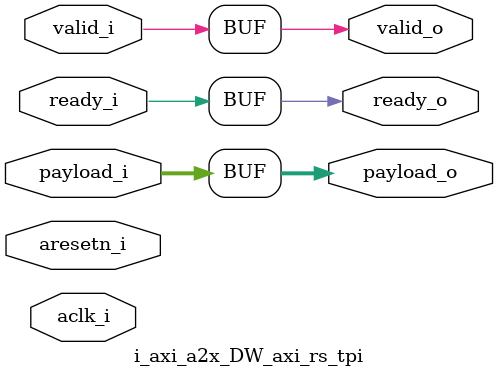
<source format=v>
/* --------------------------------------------------------------------
**
// ------------------------------------------------------------------------------
// 
// Copyright 2012 - 2020 Synopsys, INC.
// 
// This Synopsys IP and all associated documentation are proprietary to
// Synopsys, Inc. and may only be used pursuant to the terms and conditions of a
// written license agreement with Synopsys, Inc. All other use, reproduction,
// modification, or distribution of the Synopsys IP or the associated
// documentation is strictly prohibited.
// 
// Component Name   : DW_axi_a2x
// Component Version: 2.04a
// Release Type     : GA
// ------------------------------------------------------------------------------

// 
// Release version :  2.04a
// File Version     :        $Revision: #14 $ 
// Revision: $Id: //dwh/DW_ocb/DW_axi_a2x/amba_dev/src/DW_axi_rs_tpi.v#14 $ 
**
** --------------------------------------------------------------------
**
** File     : DW_axi_rs_tpi.v
** Created  : 
** Abstract :
**
** --------------------------------------------------------------------
*/
`include "DW_axi_a2x_all_includes.vh"

module i_axi_a2x_DW_axi_rs_tpi (
 //inputs
  aclk_i,
  aresetn_i,
  valid_i,
  ready_i,
  payload_i,
  
 //outputs
  ready_o,
  valid_o,
  payload_o
);

  //parameters
  parameter TMO = 0; // 0 - pass through mode
                     // 1 - forward timing mode
                     // 2 - full timing mode
                     // 3 - backward timing mode
  parameter PLD_W = 32; // payload width

  // Timing mode Options
  localparam  RS_PSS_TMO = 0; 
  localparam  RS_FWD_TMO = 1; 
  localparam  RS_FUL_TMO = 2; 
  localparam  RS_BWD_TMO = 3; 

  //inputs
  input              aclk_i;    //clock
  input              aresetn_i; //reset
  input              ready_i;   //ready signal
  input              valid_i;   //valid signal
  input [PLD_W-1:0]  payload_i; //payload
  
  //outputs
  output             ready_o;
  output             valid_o;
  output [PLD_W-1:0] payload_o;

  wire             ready_o;
  wire             valid_o;
  wire [PLD_W-1:0] payload_o;
  
  generate if (TMO==1) begin: A_SP_PIPELINE 
  //////////////////////////////////////////////////////////////////////
  // forward timing mode
  // payload_i and valid_i have to be registered.
  //////////////////////////////////////////////////////////////////////
  reg              r_valid_fd;
  reg  [PLD_W-1:0] r_pld_fd;

  wire             s_ready_fd;
  wire             s_valid_fd;
  // wire [PLD_W-1:0] s_pld_fd;

  //--------------------------------------------------------------------
  //ready_o (s_ready_fd) generation
  //ready_o depends on ready_i and valid_o (r_valid_fd).
  //If valid_o low (no payload in register), ready_o should be high
  //which means the payload register can accept payload.
  //--------------------------------------------------------------------
  assign s_ready_fd = ready_i | (!r_valid_fd);

  
  //--------------------------------------------------------------------
  //valid_o (r_valid_fd) generation
  //valid_o depends on ready_o. If ready_o low (payload exists in the
  //register), keep previous value of valid_o.
  //--------------------------------------------------------------------
  assign s_valid_fd = s_ready_fd ? valid_i : r_valid_fd;

  always @( posedge aclk_i or negedge aresetn_i ) begin : r_valid_fd_PROC
    if ( !aresetn_i ) begin
      r_valid_fd <= 1'b0;
    end //if
    else begin
      r_valid_fd <= s_valid_fd;
    end //else
  end //always

  //--------------------------------------------------------------------
  //payload_o (r_pld_fd) loading
  //If ready_o high (payload register empty), payload_i loaded into the
  //payload register. If ready_o low, keep the payload in the register.
  //--------------------------------------------------------------------
  // assign s_pld_fd = s_ready_fd ? payload_i : r_pld_fd;

  always @( posedge aclk_i or negedge aresetn_i ) begin : r_pld_fd_PROC
    if ( !aresetn_i ) begin
      r_pld_fd <= {PLD_W{1'b0}};
    end //if
    else begin
      if (s_ready_fd) begin  
        r_pld_fd <= payload_i;
      end
    end //else
  end //always 

  assign ready_o   = s_ready_fd;
  assign valid_o   = r_valid_fd;
  assign payload_o = r_pld_fd;
  end //A_SP_PIPELINE_ONE
  

  else if(TMO==2) begin: A_SP_PIPELINE_TWO
  //////////////////////////////////////////////////////////////////////
  // full timing mode
  // all payload_i, ready_i and valid_i signals have to be registered.
  // use two payload registers to store payload and the two registers
  // organized as FIFO.
  //////////////////////////////////////////////////////////////////////
  reg              pointer_in;
  reg              pointer_out;
  reg  [1:0]       r_cnt;
  reg              r_ready_fl;
  reg              r_valid_fl;
  reg  [PLD_W-1:0] r_pld_fl_zero;
  reg  [PLD_W-1:0] r_pld_fl_one;

  wire             s_pointer_in;
  wire             s_pointer_out;
  wire [1:0]       s_cnt;
  wire [1:0]       ss_cnt;
  wire [1:0]       sss_cnt;
  wire             s_ready_fl;
  wire             ss_ready_fl;
  wire             s_ready_mux;
  wire             s_valid_fl;
  wire             ss_valid_fl;
  wire             s_valid_mux;
  wire [PLD_W-1:0] s_pld_fl;
  wire [PLD_W-1:0] s_pld_fl_zero;
  wire [PLD_W-1:0] s_pld_fl_one;
  
  //--------------------------------------------------------------------
  //pointer_in generation.Which payload register is for loading payload.
  //So if valid_i and ready_o high, pointer_in increases by 1.
  //--------------------------------------------------------------------
  assign s_pointer_in = ( valid_i & r_ready_fl ) ? 
                         !pointer_in : 
                          pointer_in;             

  always @( posedge aclk_i or negedge aresetn_i ) begin : pointer_in_PROC
    if ( !aresetn_i ) begin
      pointer_in <= 1'b0;
    end //if
    else begin
      pointer_in <= s_pointer_in;
    end //else
  end //always

  //--------------------------------------------------------------------
  //pointer_out generation. destination samples which payload register.
  //So if valid_o and ready_i high, pointer_out increases by 1.
  //--------------------------------------------------------------------
  assign s_pointer_out = ( r_valid_fl & ready_i ) ?
                          !pointer_out :
                           pointer_out;

  always @( posedge aclk_i or negedge aresetn_i ) begin : pointer_out_PROC
    if ( !aresetn_i ) begin
      pointer_out <= 1'b0;
    end //if
    else begin
      pointer_out <= s_pointer_out;
    end //else
  end //always

  //--------------------------------------------------------------------
  //r_cnt generation. Indicates the two registers full or empty.
  //If ready_i and valid_o high, r_cnt - 1;
  //If ready_o and valid_i high, r_cnt + 1;
  //If all the ready_i, ready_o, valid_i and valid_o high, r_cnt = r_cnt
  //If r_cnt = 2, two registers full.
  //If r_cnt = 0, two registers empty.
  //--------------------------------------------------------------------
  assign sss_cnt = ( ready_i & r_valid_fl ) ?
                   ( r_cnt - 2'h1 ) :
                     r_cnt;

  assign ss_cnt = ( r_ready_fl & valid_i ) ?
                  ( r_cnt + 2'h1 ) :
                    sss_cnt;

  assign s_cnt = ( valid_i & r_ready_fl & r_valid_fl & ready_i ) ?
                   r_cnt :
                   ss_cnt;

  always @( posedge aclk_i or negedge aresetn_i ) begin : r_cnt_PROC
    if ( !aresetn_i ) begin
      r_cnt <= 2'b0;
    end //if
    else begin
      r_cnt <= s_cnt;
    end //else
  end //always

  //--------------------------------------------------------------------
  //ready_o (r_ready_fl) generation
  //ready_o depends on ready_i and whether the two registers are full.
  //If ready_i and valid_o high (r_valid_fl) and r_cnt = 1, r_ready_fl
  //must go low at the next cycle if ready_i is not asserted.
  //default ready_o is 1'b1.
  //--------------------------------------------------------------------
  assign s_ready_mux = r_ready_fl & valid_i & (!(r_valid_fl & ready_i)) &
                       ( r_cnt == 2'b01 );

  assign ss_ready_fl = s_ready_mux ? 1'b0 : r_ready_fl;

  assign s_ready_fl = ready_i | ss_ready_fl;

  always @( posedge aclk_i or negedge aresetn_i ) begin : r_ready_fl_PROC
    if ( !aresetn_i ) begin
      r_ready_fl <= 1'b1;
    end //if
    else begin
      r_ready_fl <= s_ready_fl;
    end //else
  end //always

  //--------------------------------------------------------------------
  //valid_o (r_valid_fl) generation
  //valid_o depends on valid_i and whether the payload registers are
  //empty. So if ready_i and r_valid_fl(valid_o) are high and r_cnt=1,
  //r_valid_fl must go low at the next cycle if valid_i is not asserted.
  //--------------------------------------------------------------------
  assign s_valid_mux = r_valid_fl & ready_i & (!(valid_i & r_ready_fl)) &
                       ( r_cnt == 2'b01 );

  assign ss_valid_fl = s_valid_mux ? 1'b0 : r_valid_fl;

  assign s_valid_fl = valid_i | ss_valid_fl;

  always @( posedge aclk_i or negedge aresetn_i ) begin : r_valid_fl_PROC
    if ( !aresetn_i ) begin
      r_valid_fl <= 1'b0;
    end //if
    else begin
      r_valid_fl <= s_valid_fl;
    end //else
  end //always

  //--------------------------------------------------------------------
  //payload registers loading and sampling
  //If valid_i and ready_o high and pointer_in low, payload should be
  //loaded into payload register 0. If valid_i and ready_o high and 
  //pointer_in high, payload should go to payload register 1.
  //On the sampling side, if pointer_out low, pick up payload from
  //the payload register 0. If pointer_out high, pick up payload from
  //the payload register 1.
  //--------------------------------------------------------------------
  assign s_pld_fl_zero = ( valid_i & r_ready_fl & (!pointer_in) ) ?
                           payload_i :
                           r_pld_fl_zero;

  assign s_pld_fl_one = ( valid_i & r_ready_fl & pointer_in ) ?
                           payload_i :
                           r_pld_fl_one;

  always @( posedge aclk_i or negedge aresetn_i ) begin : r_pld_fl_zero_PROC
    if ( !aresetn_i ) begin
      r_pld_fl_zero <= {PLD_W{1'b0}};
    end //if
    else begin
      r_pld_fl_zero <= s_pld_fl_zero;
    end //else
  end //always
  
  always @( posedge aclk_i or negedge aresetn_i ) begin : r_pld_fl_one_PROC
    if ( !aresetn_i ) begin
      r_pld_fl_one <= {PLD_W{1'b0}};
    end //if
    else begin
      r_pld_fl_one <= s_pld_fl_one;
    end //else
  end //always

  assign s_pld_fl = pointer_out ? r_pld_fl_one : r_pld_fl_zero;
  
  assign payload_o = s_pld_fl;
  assign ready_o   = r_ready_fl;
  assign valid_o   = r_valid_fl;
  end //A_SP_PIPELINE_TWO

  else if (TMO==3) begin: A_SP_PIPELINE_THREE
  //////////////////////////////////////////////////////////////////////
  //backward register mode
  //only ready_i needs to be registered.
  //////////////////////////////////////////////////////////////////////
  reg              r_ready_bd;
  reg  [PLD_W-1:0] r_pld_bd;
  reg              r_sel;
  reg              r_valid_bd;

  wire             s_ready_bd;
  wire             s_valid_bd;
  wire             ss_valid_bd;
  wire             sss_valid_bd;
  wire [PLD_W-1:0] s_pld_bd;
  // wire [PLD_W-1:0] ss_pld_bd;
  wire             s_sel;
  wire             ss_sel;

  //--------------------------------------------------------------------
  //valid_o (s_valid_bd) generation
  //If ready_o low (one payload in the payload register), valid_o should
  //be high.
  //--------------------------------------------------------------------

  assign sss_valid_bd = r_ready_bd ? valid_i : r_valid_bd;

  always @( posedge aclk_i or negedge aresetn_i ) begin : r_valid_bd_PROC
    if ( !aresetn_i ) begin
      r_valid_bd <= 1'b0;
    end //if
    else begin
      r_valid_bd <= sss_valid_bd;
    end //else
  end //always

  assign ss_valid_bd = r_sel ? r_valid_bd : valid_i;

  
  assign s_valid_bd = ss_valid_bd | (!r_ready_bd);

  //--------------------------------------------------------------------
  //ready_o (r_ready_bd) generation
  //ready_o depends on ready_i and valid_o. If valid_o high (payload in
  //the register) and when ready_i high, the payload sampled. So
  //ready_o goes high at the next cycle (payload register empty).
  //default ready_o is 1'b1.
  //--------------------------------------------------------------------
  assign s_ready_bd = s_valid_bd ? ready_i : r_ready_bd;

  always @( posedge aclk_i or negedge aresetn_i ) begin : r_ready_bd_PROC
    if ( !aresetn_i ) begin
      r_ready_bd <= 1'b1;
    end //if
    else begin
      r_ready_bd <= s_ready_bd;
    end //else
  end //always

  //--------------------------------------------------------------------
  //r_sel generation. used to select payload from payload_i or from
  //payload register.
  //If ready_i low and valid_i high, payload not sampled by destination.
  //So s_sel goes high. If ready_i high, valid_i low and valid_o high,
  //payload sampled by destination. s_sel goes low.
  //--------------------------------------------------------------------
  assign ss_sel = ( s_valid_bd & ready_i & (!r_ready_bd) ) ? 1'b0 : r_sel;

  assign s_sel = ( valid_i & (!ready_i) ) | ss_sel;

  always @( posedge aclk_i or negedge aresetn_i ) begin : r_sel_PROC
    if ( !aresetn_i ) begin
      r_sel  <= 1'b0;
    end //if
    else begin
      r_sel  <= s_sel;
    end //else
  end //always

  //--------------------------------------------------------------------
  //payload loading and selection.
  //If r_sel is 0, payload_o (s_pld_bd) from payload_i.
  //If r_sel is 1, payload_o from payload register.
  //If ready_o high, payload_i always loaded to payload register.
  //--------------------------------------------------------------------
  // assign ss_pld_bd = r_ready_bd ? payload_i : r_pld_bd;

  always @( posedge aclk_i or negedge aresetn_i ) begin : r_pld_bd_PROC
    if ( !aresetn_i ) begin
      r_pld_bd <= {PLD_W{1'b0}};
    end //if
    else begin
      if (r_ready_bd) begin  
        r_pld_bd <= payload_i;
      end  
    end //else
  end //always

  assign s_pld_bd  = r_sel ? r_pld_bd : payload_i;
  
  assign payload_o = s_pld_bd;
  assign ready_o   = r_ready_bd;
  assign valid_o   = s_valid_bd;
  end //A_SP_PIPELINE_THREE

  else if (TMO==0) begin: A_SP_PIPELINE_ZERO
  assign payload_o = payload_i;
  assign ready_o   = ready_i;
  assign valid_o   = valid_i;
  end //A_SP_PIPELINE_ZERO
  endgenerate //TMO


endmodule
//Revision: $Id: //dwh/DW_ocb/DW_axi_a2x/amba_dev/src/DW_axi_rs_tpi.v#14 $

</source>
